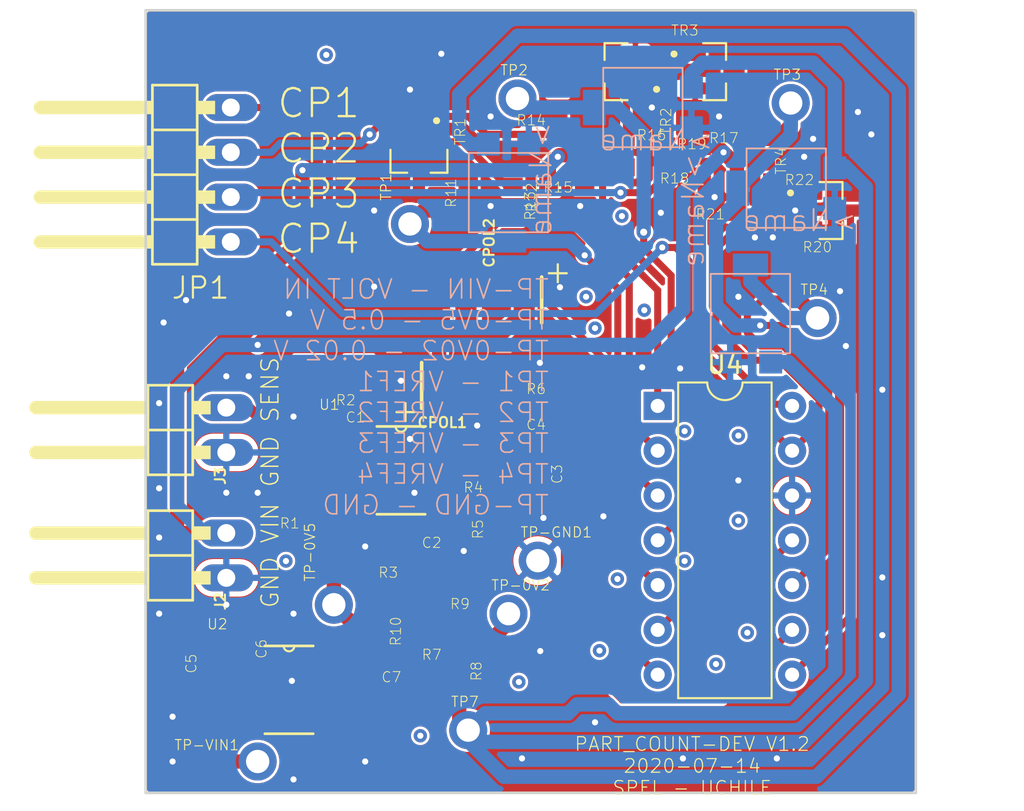
<source format=kicad_pcb>
(kicad_pcb (version 20171130) (host pcbnew "(5.1.2)-2")
  (layers (0 Top signal) (31 Bottom signal) (34 B.Paste user) (35 F.Paste user) (36 B.SilkS user) (37 F.SilkS user) (38 B.Mask user) (39 F.Mask user) (44 Edge.Cuts user))
  (net 0 "")
  (net 1 /5V0)
  (net 2 "Net-(C3-Pad1)")
  (net 3 /2IN-)
  (net 4 /2IN+)
  (net 5 /GND)
  (net 6 "Net-(R1-Pad2)")
  (net 7 /1IN-)
  (net 8 "Net-(C1-Pad1)")
  (net 9 /0V5)
  (net 10 /0V02)
  (net 11 /TO_COMP)
  (net 12 "Net-(U2-Pad5)")
  (net 13 /4V096)
  (net 14 "Net-(C6-Pad1)")
  (net 15 /VREF1)
  (net 16 /VREF2)
  (net 17 /VREF3)
  (net 18 /VREF4)
  (net 19 "Net-(R11-Pad2)")
  (net 20 /COMP1)
  (net 21 "Net-(R13-Pad1)")
  (net 22 "Net-(R14-Pad2)")
  (net 23 /COMP2)
  (net 24 "Net-(R16-Pad1)")
  (net 25 "Net-(R17-Pad2)")
  (net 26 /COMP3)
  (net 27 "Net-(R19-Pad1)")
  (net 28 "Net-(R20-Pad2)")
  (net 29 /COMP4)
  (net 30 "Net-(R22-Pad1)")
  (module Housings_DIP:DIP-14_W7.62mm (layer Top) (at 155.7 105.25)
    (fp_text reference U4 (at 3.81 -2.33) (layer F.SilkS))
    (fp_text value LMV339IPWR)
    (pad 14 thru_hole oval (at 7.62 0) (size 1.6 1.6) (drill 0.8) (layers *.Cu *.Mask) (net 26 /COMP3))
    (pad 7 thru_hole oval (at 0 15.24) (size 1.6 1.6) (drill 0.8) (layers *.Cu *.Mask) (net 11 /TO_COMP))
    (pad 13 thru_hole oval (at 7.62 2.54) (size 1.6 1.6) (drill 0.8) (layers *.Cu *.Mask) (net 29 /COMP4))
    (pad 6 thru_hole oval (at 0 12.7) (size 1.6 1.6) (drill 0.8) (layers *.Cu *.Mask) (net 16 /VREF2))
    (pad 12 thru_hole oval (at 7.62 5.08) (size 1.6 1.6) (drill 0.8) (layers *.Cu *.Mask) (net 5 /GND))
    (pad 5 thru_hole oval (at 0 10.16) (size 1.6 1.6) (drill 0.8) (layers *.Cu *.Mask) (net 11 /TO_COMP))
    (pad 11 thru_hole oval (at 7.62 7.62) (size 1.6 1.6) (drill 0.8) (layers *.Cu *.Mask) (net 11 /TO_COMP))
    (pad 4 thru_hole oval (at 0 7.62) (size 1.6 1.6) (drill 0.8) (layers *.Cu *.Mask) (net 15 /VREF1))
    (pad 10 thru_hole oval (at 7.62 10.16) (size 1.6 1.6) (drill 0.8) (layers *.Cu *.Mask) (net 18 /VREF4))
    (pad 3 thru_hole oval (at 0 5.08) (size 1.6 1.6) (drill 0.8) (layers *.Cu *.Mask) (net 1 /5V0))
    (pad 9 thru_hole oval (at 7.62 12.7) (size 1.6 1.6) (drill 0.8) (layers *.Cu *.Mask) (net 11 /TO_COMP))
    (pad 2 thru_hole oval (at 0 2.54) (size 1.6 1.6) (drill 0.8) (layers *.Cu *.Mask) (net 20 /COMP1))
    (pad 8 thru_hole oval (at 7.62 15.24) (size 1.6 1.6) (drill 0.8) (layers *.Cu *.Mask) (net 17 /VREF3))
    (pad 1 thru_hole rect (at 0 0) (size 1.6 1.6) (drill 0.8) (layers *.Cu *.Mask) (net 23 /COMP2))
  )
  (module PC_V1.2:C0402 (layer Top) (at 137.3351 105.6006 180)
    (fp_text reference C1 (at -0.635 -0.635) (layer F.SilkS) (effects (font (size 0.57912 0.57912) (thickness 0.046329)) (justify left bottom)))
    (fp_text value 1pF hide)
    (pad 2 smd rect (at 0.65 0 180) (size 0.7 0.9) (layers Top F.Paste F.Mask) (net 7 /1IN-))
    (pad 1 smd rect (at -0.65 0 180) (size 0.7 0.9) (layers Top F.Paste F.Mask) (net 8 "Net-(C1-Pad1)"))
  )
  (module PC_V1.2:C0603 (layer Top) (at 141.6531 112.7126 180)
    (fp_text reference C2 (at -0.635 -0.635) (layer F.SilkS) (effects (font (size 0.57912 0.57912) (thickness 0.046329)) (justify left bottom)))
    (fp_text value 1000pF hide)
    (pad 2 smd rect (at 0.85 0 180) (size 1.1 1) (layers Top F.Paste F.Mask) (net 8 "Net-(C1-Pad1)"))
    (pad 1 smd rect (at -0.85 0 180) (size 1.1 1) (layers Top F.Paste F.Mask) (net 4 /2IN+))
  )
  (module PC_V1.2:C0603 (layer Top) (at 149.0191 109.1566 270)
    (fp_text reference C3 (at -0.635 -0.635 90) (layer F.SilkS) (effects (font (size 0.57912 0.57912) (thickness 0.046329)) (justify right top)))
    (fp_text value 10pF hide)
    (pad 2 smd rect (at 0.85 0 270) (size 1.1 1) (layers Top F.Paste F.Mask) (net 3 /2IN-))
    (pad 1 smd rect (at -0.85 0 270) (size 1.1 1) (layers Top F.Paste F.Mask) (net 2 "Net-(C3-Pad1)"))
  )
  (module PC_V1.2:C0603 (layer Top) (at 150.0351 106.6166)
    (fp_text reference C4 (at -0.635 -0.635) (layer F.SilkS) (effects (font (size 0.57912 0.57912) (thickness 0.046329)) (justify right top)))
    (fp_text value 1000pF hide)
    (pad 2 smd rect (at 0.85 0) (size 1.1 1) (layers Top F.Paste F.Mask) (net 11 /TO_COMP))
    (pad 1 smd rect (at -0.85 0) (size 1.1 1) (layers Top F.Paste F.Mask) (net 2 "Net-(C3-Pad1)"))
  )
  (module PC_V1.2:C0402 (layer Top) (at 130.2231 119.8246 90)
    (fp_text reference C5 (at -0.635 -0.635 90) (layer F.SilkS) (effects (font (size 0.57912 0.57912) (thickness 0.046329)) (justify left bottom)))
    (fp_text value 0.1u hide)
    (pad 2 smd rect (at 0.65 0 90) (size 0.7 0.9) (layers Top F.Paste F.Mask) (net 5 /GND))
    (pad 1 smd rect (at -0.65 0 90) (size 0.7 0.9) (layers Top F.Paste F.Mask) (net 1 /5V0))
  )
  (module PC_V1.2:C0402 (layer Top) (at 132.2551 117.7926 180)
    (fp_text reference C6 (at -0.635 -0.635 90) (layer F.SilkS) (effects (font (size 0.57912 0.57912) (thickness 0.046329)) (justify right top)))
    (fp_text value 0.1u hide)
    (pad 2 smd rect (at 0.65 0 180) (size 0.7 0.9) (layers Top F.Paste F.Mask) (net 5 /GND))
    (pad 1 smd rect (at -0.65 0 180) (size 0.7 0.9) (layers Top F.Paste F.Mask) (net 14 "Net-(C6-Pad1)"))
  )
  (module PC_V1.2:C0402 (layer Top) (at 139.3671 121.6026 270)
    (fp_text reference C7 (at -0.635 -0.635) (layer F.SilkS) (effects (font (size 0.57912 0.57912) (thickness 0.046329)) (justify left bottom)))
    (fp_text value 0.1u hide)
    (pad 2 smd rect (at 0.65 0 270) (size 0.7 0.9) (layers Top F.Paste F.Mask) (net 5 /GND))
    (pad 1 smd rect (at -0.65 0 270) (size 0.7 0.9) (layers Top F.Paste F.Mask) (net 13 /4V096))
  )
  (module PC_V1.2:EIA3528 (layer Top) (at 144.9551 104.0766 180)
    (fp_text reference CPOL1 (at 0 -1.778) (layer F.SilkS) (effects (font (size 0.57912 0.57912) (thickness 0.115824)) (justify right top)))
    (fp_text value TR3 hide)
    (pad A smd rect (at 1.65 0 270) (size 2.5 1.2) (layers Top F.Paste F.Mask) (net 1 /5V0))
    (pad C smd rect (at -1.65 0 270) (size 2.5 1.2) (layers Top F.Paste F.Mask) (net 5 /GND))
  )
  (module PC_V1.2:EIA3528 (layer Top) (at 146.4791 99.2506)
    (fp_text reference CPOL2 (at 0 -1.778 90) (layer F.SilkS) (effects (font (size 0.57912 0.57912) (thickness 0.115824)) (justify left bottom)))
    (fp_text value TR3 hide)
    (pad A smd rect (at 1.65 0 90) (size 2.5 1.2) (layers Top F.Paste F.Mask) (net 1 /5V0))
    (pad C smd rect (at -1.65 0 90) (size 2.5 1.2) (layers Top F.Paste F.Mask) (net 5 /GND))
  )
  (module PC_V1.2:R0603 (layer Top) (at 136.0651 110.9346 90)
    (fp_text reference R1 (at -0.635 -0.635) (layer F.SilkS) (effects (font (size 0.57912 0.57912) (thickness 0.046329)) (justify right top)))
    (fp_text value 100k hide)
    (pad 2 smd rect (at 0.85 0 90) (size 1 1.1) (layers Top F.Paste F.Mask) (net 6 "Net-(R1-Pad2)"))
    (pad 1 smd rect (at -0.85 0 90) (size 1 1.1) (layers Top F.Paste F.Mask) (net 9 /0V5))
  )
  (module PC_V1.2:R0402 (layer Top) (at 139.8751 117.7926 270)
    (fp_text reference R10 (at -0.635 -0.635 90) (layer F.SilkS) (effects (font (size 0.57912 0.57912) (thickness 0.046329)) (justify right top)))
    (fp_text value 1.4k hide)
    (pad 2 smd rect (at 0.5 0 270) (size 0.6 0.7) (layers Top F.Paste F.Mask) (net 9 /0V5))
    (pad 1 smd rect (at -0.5 0 270) (size 0.6 0.7) (layers Top F.Paste F.Mask) (net 5 /GND))
  )
  (module PC_V1.2:R0603 (layer Top) (at 144.9551 93.4086 90)
    (fp_text reference R11 (at -0.635 -0.635 90) (layer F.SilkS) (effects (font (size 0.57912 0.57912) (thickness 0.046329)) (justify left bottom)))
    (fp_text value 237 hide)
    (pad 2 smd rect (at 0.85 0 90) (size 1 1.1) (layers Top F.Paste F.Mask) (net 19 "Net-(R11-Pad2)"))
    (pad 1 smd rect (at -0.85 0 90) (size 1 1.1) (layers Top F.Paste F.Mask) (net 15 /VREF1))
  )
  (module PC_V1.2:R0603 (layer Top) (at 149.5271 93.6626 90)
    (fp_text reference R12 (at -0.635 -0.635 90) (layer F.SilkS) (effects (font (size 0.57912 0.57912) (thickness 0.046329)) (justify left bottom)))
    (fp_text value 3k hide)
    (pad 2 smd rect (at 0.85 0 90) (size 1 1.1) (layers Top F.Paste F.Mask) (net 1 /5V0))
    (pad 1 smd rect (at -0.85 0 90) (size 1 1.1) (layers Top F.Paste F.Mask) (net 20 /COMP1))
  )
  (module PC_V1.2:R0603 (layer Top) (at 147.4951 93.6626 270)
    (fp_text reference R13 (at -0.635 -0.635 90) (layer F.SilkS) (effects (font (size 0.57912 0.57912) (thickness 0.046329)) (justify right top)))
    (fp_text value 10k hide)
    (pad 2 smd rect (at 0.85 0 270) (size 1 1.1) (layers Top F.Paste F.Mask) (net 20 /COMP1))
    (pad 1 smd rect (at -0.85 0 270) (size 1 1.1) (layers Top F.Paste F.Mask) (net 21 "Net-(R13-Pad1)"))
  )
  (module PC_V1.2:R0603 (layer Top) (at 150.0351 88.0746 90)
    (fp_text reference R14 (at -0.635 -0.635) (layer F.SilkS) (effects (font (size 0.57912 0.57912) (thickness 0.046329)) (justify right top)))
    (fp_text value 237 hide)
    (pad 2 smd rect (at 0.85 0 90) (size 1 1.1) (layers Top F.Paste F.Mask) (net 22 "Net-(R14-Pad2)"))
    (pad 1 smd rect (at -0.85 0 90) (size 1 1.1) (layers Top F.Paste F.Mask) (net 16 /VREF2))
  )
  (module PC_V1.2:R0603 (layer Top) (at 151.5591 91.8846 90)
    (fp_text reference R15 (at -0.635 -0.635) (layer F.SilkS) (effects (font (size 0.57912 0.57912) (thickness 0.046329)) (justify right top)))
    (fp_text value 3k hide)
    (pad 2 smd rect (at 0.85 0 90) (size 1 1.1) (layers Top F.Paste F.Mask) (net 1 /5V0))
    (pad 1 smd rect (at -0.85 0 90) (size 1 1.1) (layers Top F.Paste F.Mask) (net 23 /COMP2))
  )
  (module PC_V1.2:R0603 (layer Top) (at 153.8451 90.8686 270)
    (fp_text reference R16 (at -0.635 -0.635) (layer F.SilkS) (effects (font (size 0.57912 0.57912) (thickness 0.046329)) (justify left bottom)))
    (fp_text value 10k hide)
    (pad 2 smd rect (at 0.85 0 270) (size 1 1.1) (layers Top F.Paste F.Mask) (net 23 /COMP2))
    (pad 1 smd rect (at -0.85 0 270) (size 1 1.1) (layers Top F.Paste F.Mask) (net 24 "Net-(R16-Pad1)"))
  )
  (module PC_V1.2:R0603 (layer Top) (at 160.9571 89.0906 90)
    (fp_text reference R17 (at -0.635 -0.635) (layer F.SilkS) (effects (font (size 0.57912 0.57912) (thickness 0.046329)) (justify right top)))
    (fp_text value 237 hide)
    (pad 2 smd rect (at 0.85 0 90) (size 1 1.1) (layers Top F.Paste F.Mask) (net 25 "Net-(R17-Pad2)"))
    (pad 1 smd rect (at -0.85 0 90) (size 1 1.1) (layers Top F.Paste F.Mask) (net 17 /VREF3))
  )
  (module PC_V1.2:R0603 (layer Top) (at 158.1631 91.3766 90)
    (fp_text reference R18 (at -0.635 -0.635) (layer F.SilkS) (effects (font (size 0.57912 0.57912) (thickness 0.046329)) (justify right top)))
    (fp_text value 3k hide)
    (pad 2 smd rect (at 0.85 0 90) (size 1 1.1) (layers Top F.Paste F.Mask) (net 1 /5V0))
    (pad 1 smd rect (at -0.85 0 90) (size 1 1.1) (layers Top F.Paste F.Mask) (net 26 /COMP3))
  )
  (module PC_V1.2:R0603 (layer Top) (at 156.1311 91.3766 270)
    (fp_text reference R19 (at -0.635 -0.635) (layer F.SilkS) (effects (font (size 0.57912 0.57912) (thickness 0.046329)) (justify left bottom)))
    (fp_text value 10k hide)
    (pad 2 smd rect (at 0.85 0 270) (size 1 1.1) (layers Top F.Paste F.Mask) (net 26 /COMP3))
    (pad 1 smd rect (at -0.85 0 270) (size 1 1.1) (layers Top F.Paste F.Mask) (net 27 "Net-(R19-Pad1)"))
  )
  (module PC_V1.2:R1206 (layer Top) (at 137.3351 103.3146 180)
    (fp_text reference R2 (at -1.27 -1.27) (layer F.SilkS) (effects (font (size 0.57912 0.57912) (thickness 0.046329)) (justify right top)))
    (fp_text value 7.5M hide)
    (pad 1 smd rect (at -1.422 0 180) (size 1.6 1.803) (layers Top F.Paste F.Mask) (net 8 "Net-(C1-Pad1)"))
    (pad 2 smd rect (at 1.422 0 180) (size 1.6 1.803) (layers Top F.Paste F.Mask) (net 7 /1IN-))
  )
  (module PC_V1.2:R0603 (layer Top) (at 164.5131 97.2186)
    (fp_text reference R20 (at -0.635 -0.635) (layer F.SilkS) (effects (font (size 0.57912 0.57912) (thickness 0.046329)) (justify left bottom)))
    (fp_text value 237 hide)
    (pad 2 smd rect (at 0.85 0) (size 1 1.1) (layers Top F.Paste F.Mask) (net 28 "Net-(R20-Pad2)"))
    (pad 1 smd rect (at -0.85 0) (size 1 1.1) (layers Top F.Paste F.Mask) (net 18 /VREF4))
  )
  (module PC_V1.2:R0603 (layer Top) (at 160.1951 93.4086 90)
    (fp_text reference R21 (at -0.635 -0.635) (layer F.SilkS) (effects (font (size 0.57912 0.57912) (thickness 0.046329)) (justify right top)))
    (fp_text value 3k hide)
    (pad 2 smd rect (at 0.85 0 90) (size 1 1.1) (layers Top F.Paste F.Mask) (net 1 /5V0))
    (pad 1 smd rect (at -0.85 0 90) (size 1 1.1) (layers Top F.Paste F.Mask) (net 29 /COMP4))
  )
  (module PC_V1.2:R0603 (layer Top) (at 162.2271 93.4086 270)
    (fp_text reference R22 (at -0.635 -0.635) (layer F.SilkS) (effects (font (size 0.57912 0.57912) (thickness 0.046329)) (justify left bottom)))
    (fp_text value 10k hide)
    (pad 2 smd rect (at 0.85 0 270) (size 1 1.1) (layers Top F.Paste F.Mask) (net 29 /COMP4))
    (pad 1 smd rect (at -0.85 0 270) (size 1 1.1) (layers Top F.Paste F.Mask) (net 30 "Net-(R22-Pad1)"))
  )
  (module PC_V1.2:R0603 (layer Top) (at 141.6531 114.9986)
    (fp_text reference R3 (at -0.635 -0.635) (layer F.SilkS) (effects (font (size 0.57912 0.57912) (thickness 0.046329)) (justify right top)))
    (fp_text value 100k hide)
    (pad 2 smd rect (at 0.85 0) (size 1 1.1) (layers Top F.Paste F.Mask) (net 4 /2IN+))
    (pad 1 smd rect (at -0.85 0) (size 1 1.1) (layers Top F.Paste F.Mask) (net 10 /0V02))
  )
  (module PC_V1.2:R0603 (layer Top) (at 146.4791 108.9026 90)
    (fp_text reference R4 (at -0.635 -0.635) (layer F.SilkS) (effects (font (size 0.57912 0.57912) (thickness 0.046329)) (justify right top)))
    (fp_text value 200k hide)
    (pad 2 smd rect (at 0.85 0 90) (size 1 1.1) (layers Top F.Paste F.Mask) (net 2 "Net-(C3-Pad1)"))
    (pad 1 smd rect (at -0.85 0 90) (size 1 1.1) (layers Top F.Paste F.Mask) (net 3 /2IN-))
  )
  (module PC_V1.2:R0402 (layer Top) (at 146.4791 112.2046 90)
    (fp_text reference R5 (at -0.635 -0.635 90) (layer F.SilkS) (effects (font (size 0.57912 0.57912) (thickness 0.046329)) (justify left bottom)))
    (fp_text value 5k hide)
    (pad 2 smd rect (at 0.5 0 90) (size 0.6 0.7) (layers Top F.Paste F.Mask) (net 3 /2IN-))
    (pad 1 smd rect (at -0.5 0 90) (size 0.6 0.7) (layers Top F.Paste F.Mask) (net 5 /GND))
  )
  (module PC_V1.2:R0603 (layer Top) (at 150.0351 104.5846)
    (fp_text reference R6 (at -0.635 -0.635) (layer F.SilkS) (effects (font (size 0.57912 0.57912) (thickness 0.046329)) (justify right top)))
    (fp_text value 100k hide)
    (pad 2 smd rect (at 0.85 0) (size 1 1.1) (layers Top F.Paste F.Mask) (net 11 /TO_COMP))
    (pad 1 smd rect (at -0.85 0) (size 1 1.1) (layers Top F.Paste F.Mask) (net 5 /GND))
  )
  (module PC_V1.2:R0603 (layer Top) (at 141.6531 120.3326 270)
    (fp_text reference R7 (at -0.635 -0.635) (layer F.SilkS) (effects (font (size 0.57912 0.57912) (thickness 0.046329)) (justify left bottom)))
    (fp_text value 10k hide)
    (pad 2 smd rect (at 0.85 0 270) (size 1 1.1) (layers Top F.Paste F.Mask) (net 13 /4V096))
    (pad 1 smd rect (at -0.85 0 270) (size 1 1.1) (layers Top F.Paste F.Mask) (net 9 /0V5))
  )
  (module PC_V1.2:R0603 (layer Top) (at 144.4471 120.3326 270)
    (fp_text reference R8 (at -0.635 -0.635 90) (layer F.SilkS) (effects (font (size 0.57912 0.57912) (thickness 0.046329)) (justify right top)))
    (fp_text value 10k hide)
    (pad 2 smd rect (at 0.85 0 270) (size 1 1.1) (layers Top F.Paste F.Mask) (net 13 /4V096))
    (pad 1 smd rect (at -0.85 0 270) (size 1 1.1) (layers Top F.Paste F.Mask) (net 10 /0V02))
  )
  (module PC_V1.2:R0603 (layer Top) (at 144.4471 116.7766 270)
    (fp_text reference R9 (at -0.635 -0.635) (layer F.SilkS) (effects (font (size 0.57912 0.57912) (thickness 0.046329)) (justify right top)))
    (fp_text value 49.3 hide)
    (pad 2 smd rect (at 0.85 0 270) (size 1 1.1) (layers Top F.Paste F.Mask) (net 10 /0V02))
    (pad 1 smd rect (at -0.85 0 270) (size 1 1.1) (layers Top F.Paste F.Mask) (net 5 /GND))
  )
  (module PC_V1.2:3314G (layer Bottom) (at 147.2411 93.1546 180)
    (fp_text reference T1 hide)
    (fp_text value 3314G hide)
    (fp_text user >Name (at -2.54 -2.54 90) (layer B.SilkS) (effects (font (size 1.2065 1.2065) (thickness 0.1016)) (justify right bottom mirror)))
    (pad 3 smd rect (at 1.15 2.75 90) (size 1.3 1.3) (layers Bottom B.Paste B.Mask) (net 13 /4V096))
    (pad 1 smd rect (at -1.15 2.75 90) (size 1.3 1.3) (layers Bottom B.Paste B.Mask) (net 5 /GND))
    (pad 2 smd rect (at 0 -2.75 90) (size 1.3 2) (layers Bottom B.Paste B.Mask) (net 15 /VREF1))
  )
  (module PC_V1.2:3314G (layer Bottom) (at 154.8611 88.3286 90)
    (fp_text reference T2 hide)
    (fp_text value 3314G hide)
    (fp_text user >Name (at -2.54 -2.54) (layer B.SilkS) (effects (font (size 1.2065 1.2065) (thickness 0.1016)) (justify right bottom mirror)))
    (pad 3 smd rect (at 1.15 2.75) (size 1.3 1.3) (layers Bottom B.Paste B.Mask) (net 13 /4V096))
    (pad 1 smd rect (at -1.15 2.75) (size 1.3 1.3) (layers Bottom B.Paste B.Mask) (net 5 /GND))
    (pad 2 smd rect (at 0 -2.75) (size 1.3 2) (layers Bottom B.Paste B.Mask) (net 16 /VREF2))
  )
  (module PC_V1.2:3314G (layer Bottom) (at 162.9891 92.9006 90)
    (fp_text reference T3 hide)
    (fp_text value 3314G hide)
    (fp_text user >Name (at -2.54 -2.54) (layer B.SilkS) (effects (font (size 1.2065 1.2065) (thickness 0.1016)) (justify right bottom mirror)))
    (pad 3 smd rect (at 1.15 2.75) (size 1.3 1.3) (layers Bottom B.Paste B.Mask) (net 13 /4V096))
    (pad 1 smd rect (at -1.15 2.75) (size 1.3 1.3) (layers Bottom B.Paste B.Mask) (net 5 /GND))
    (pad 2 smd rect (at 0 -2.75) (size 1.3 2) (layers Bottom B.Paste B.Mask) (net 17 /VREF3))
  )
  (module PC_V1.2:3314G (layer Bottom) (at 160.9571 100.0126)
    (fp_text reference T4 hide)
    (fp_text value 3314G hide)
    (fp_text user >Name (at -2.54 -2.54 -90) (layer B.SilkS) (effects (font (size 1.2065 1.2065) (thickness 0.1016)) (justify right bottom mirror)))
    (pad 3 smd rect (at 1.15 2.75 270) (size 1.3 1.3) (layers Bottom B.Paste B.Mask) (net 13 /4V096))
    (pad 1 smd rect (at -1.15 2.75 270) (size 1.3 1.3) (layers Bottom B.Paste B.Mask) (net 5 /GND))
    (pad 2 smd rect (at 0 -2.75 270) (size 1.3 2) (layers Bottom B.Paste B.Mask) (net 18 /VREF4))
  )
  (module PC_V1.2:SOT95P240X120-3N (layer Top) (at 142.1611 91.3766 270)
    (fp_text reference TR1 (at -2.5 -2 90) (layer F.SilkS) (effects (font (size 0.57912 0.57912) (thickness 0.046329)) (justify right top)))
    (fp_text value BSR14 hide)
    (pad 3 smd roundrect (at 1.1 0 270) (size 1.21 0.69) (layers Top F.Paste F.Mask) (roundrect_rratio 0.125) (net 19 "Net-(R11-Pad2)"))
    (pad 2 smd roundrect (at -1.1 0.95 270) (size 1.21 0.69) (layers Top F.Paste F.Mask) (roundrect_rratio 0.125) (net 5 /GND))
    (pad 1 smd roundrect (at -1.1 -0.95 270) (size 1.21 0.69) (layers Top F.Paste F.Mask) (roundrect_rratio 0.125) (net 21 "Net-(R13-Pad1)"))
  )
  (module PC_V1.2:SOT95P240X120-3N (layer Top) (at 153.3371 86.2966 180)
    (fp_text reference TR2 (at -2.5 -2 90) (layer F.SilkS) (effects (font (size 0.57912 0.57912) (thickness 0.046329)) (justify right top)))
    (fp_text value BSR14 hide)
    (pad 3 smd roundrect (at 1.1 0 180) (size 1.21 0.69) (layers Top F.Paste F.Mask) (roundrect_rratio 0.125) (net 22 "Net-(R14-Pad2)"))
    (pad 2 smd roundrect (at -1.1 0.95 180) (size 1.21 0.69) (layers Top F.Paste F.Mask) (roundrect_rratio 0.125) (net 5 /GND))
    (pad 1 smd roundrect (at -1.1 -0.95 180) (size 1.21 0.69) (layers Top F.Paste F.Mask) (roundrect_rratio 0.125) (net 24 "Net-(R16-Pad1)"))
  )
  (module PC_V1.2:SOT95P240X120-3N (layer Top) (at 158.9251 86.2966)
    (fp_text reference TR3 (at -2.5 -2) (layer F.SilkS) (effects (font (size 0.57912 0.57912) (thickness 0.046329)) (justify left bottom)))
    (fp_text value BSR14 hide)
    (pad 3 smd roundrect (at 1.1 0) (size 1.21 0.69) (layers Top F.Paste F.Mask) (roundrect_rratio 0.125) (net 25 "Net-(R17-Pad2)"))
    (pad 2 smd roundrect (at -1.1 0.95) (size 1.21 0.69) (layers Top F.Paste F.Mask) (roundrect_rratio 0.125) (net 5 /GND))
    (pad 1 smd roundrect (at -1.1 -0.95) (size 1.21 0.69) (layers Top F.Paste F.Mask) (roundrect_rratio 0.125) (net 27 "Net-(R19-Pad1)"))
  )
  (module PC_V1.2:SOT95P240X120-3N (layer Top) (at 165.5291 94.1706)
    (fp_text reference TR4 (at -2.5 -2 90) (layer F.SilkS) (effects (font (size 0.57912 0.57912) (thickness 0.046329)) (justify left bottom)))
    (fp_text value BSR14 hide)
    (pad 3 smd roundrect (at 1.1 0) (size 1.21 0.69) (layers Top F.Paste F.Mask) (roundrect_rratio 0.125) (net 28 "Net-(R20-Pad2)"))
    (pad 2 smd roundrect (at -1.1 0.95) (size 1.21 0.69) (layers Top F.Paste F.Mask) (roundrect_rratio 0.125) (net 5 /GND))
    (pad 1 smd roundrect (at -1.1 -0.95) (size 1.21 0.69) (layers Top F.Paste F.Mask) (roundrect_rratio 0.125) (net 30 "Net-(R22-Pad1)"))
  )
  (module PC_V1.2:SOIC127P600X175-8N (layer Top) (at 141.1451 108.9026)
    (fp_text reference U1 (at -4.682559 -3.384668) (layer F.SilkS) (effects (font (size 0.57912 0.57912) (thickness 0.057912)) (justify left bottom)))
    (fp_text value TLC072IDR hide)
    (pad 8 smd rect (at 2.4638 -1.905) (size 1.9812 0.5588) (layers Top F.Paste F.Mask) (net 1 /5V0))
    (pad 7 smd rect (at 2.4638 -0.635) (size 1.9812 0.5588) (layers Top F.Paste F.Mask) (net 2 "Net-(C3-Pad1)"))
    (pad 6 smd rect (at 2.4638 0.635) (size 1.9812 0.5588) (layers Top F.Paste F.Mask) (net 3 /2IN-))
    (pad 5 smd rect (at 2.4638 1.905) (size 1.9812 0.5588) (layers Top F.Paste F.Mask) (net 4 /2IN+))
    (pad 4 smd rect (at -2.4638 1.905) (size 1.9812 0.5588) (layers Top F.Paste F.Mask) (net 5 /GND))
    (pad 3 smd rect (at -2.4638 0.635) (size 1.9812 0.5588) (layers Top F.Paste F.Mask) (net 6 "Net-(R1-Pad2)"))
    (pad 2 smd rect (at -2.4638 -0.635) (size 1.9812 0.5588) (layers Top F.Paste F.Mask) (net 7 /1IN-))
    (pad 1 smd rect (at -2.4638 -1.905) (size 1.9812 0.5588) (layers Top F.Paste F.Mask) (net 8 "Net-(C1-Pad1)"))
  )
  (module PC_V1.2:SOIC127P600X175-8N (layer Top) (at 134.7951 121.3486)
    (fp_text reference U2 (at -4.682559 -3.384668) (layer F.SilkS) (effects (font (size 0.57912 0.57912) (thickness 0.057912)) (justify left bottom)))
    (fp_text value MAX6126AASA41 hide)
    (pad 8 smd rect (at 2.4638 -1.905) (size 1.9812 0.5588) (layers Top F.Paste F.Mask) (net 12 "Net-(U2-Pad5)"))
    (pad 7 smd rect (at 2.4638 -0.635) (size 1.9812 0.5588) (layers Top F.Paste F.Mask) (net 13 /4V096))
    (pad 6 smd rect (at 2.4638 0.635) (size 1.9812 0.5588) (layers Top F.Paste F.Mask) (net 13 /4V096))
    (pad 5 smd rect (at 2.4638 1.905) (size 1.9812 0.5588) (layers Top F.Paste F.Mask) (net 12 "Net-(U2-Pad5)"))
    (pad 4 smd rect (at -2.4638 1.905) (size 1.9812 0.5588) (layers Top F.Paste F.Mask) (net 5 /GND))
    (pad 3 smd rect (at -2.4638 0.635) (size 1.9812 0.5588) (layers Top F.Paste F.Mask) (net 5 /GND))
    (pad 2 smd rect (at -2.4638 -0.635) (size 1.9812 0.5588) (layers Top F.Paste F.Mask) (net 1 /5V0))
    (pad 1 smd rect (at -2.4638 -1.905) (size 1.9812 0.5588) (layers Top F.Paste F.Mask) (net 14 "Net-(C6-Pad1)"))
  )
  (module PC_V1.2:P1-13 (layer Top) (at 137.3351 116.5226)
    (fp_text reference TP-0V5 (at -1.016 -1.27 90) (layer F.SilkS) (effects (font (size 0.57912 0.57912) (thickness 0.057912)) (justify left bottom)))
    (fp_text value PTR1PAD1-13 hide)
    (pad TP thru_hole circle (at 0 0) (size 2.159 2.159) (drill 1.3208) (layers *.Cu *.Mask) (net 9 /0V5))
  )
  (module PC_V1.2:P1-13 (layer Top) (at 147.2411 117.0306)
    (fp_text reference TP-0V2 (at -1.016 -1.27) (layer F.SilkS) (effects (font (size 0.57912 0.57912) (thickness 0.057912)) (justify left bottom)))
    (fp_text value PTR1PAD1-13 hide)
    (pad TP thru_hole circle (at 0 0) (size 2.159 2.159) (drill 1.3208) (layers *.Cu *.Mask) (net 10 /0V02))
  )
  (module PC_V1.2:P1-13 (layer Top) (at 141.6531 94.9326)
    (fp_text reference TP1 (at -1.016 -1.27 90) (layer F.SilkS) (effects (font (size 0.57912 0.57912) (thickness 0.057912)) (justify left bottom)))
    (fp_text value PTR1PAD1-13 hide)
    (pad TP thru_hole circle (at 0 0) (size 2.159 2.159) (drill 1.3208) (layers *.Cu *.Mask) (net 15 /VREF1))
  )
  (module PC_V1.2:P1-13 (layer Top) (at 147.7491 87.8206)
    (fp_text reference TP2 (at -1.016 -1.27) (layer F.SilkS) (effects (font (size 0.57912 0.57912) (thickness 0.057912)) (justify left bottom)))
    (fp_text value PTR1PAD1-13 hide)
    (pad TP thru_hole circle (at 0 0) (size 2.159 2.159) (drill 1.3208) (layers *.Cu *.Mask) (net 16 /VREF2))
  )
  (module PC_V1.2:P1-13 (layer Top) (at 163.2431 88.0746)
    (fp_text reference TP3 (at -1.016 -1.27) (layer F.SilkS) (effects (font (size 0.57912 0.57912) (thickness 0.057912)) (justify left bottom)))
    (fp_text value PTR1PAD1-13 hide)
    (pad TP thru_hole circle (at 0 0) (size 2.159 2.159) (drill 1.3208) (layers *.Cu *.Mask) (net 17 /VREF3))
  )
  (module PC_V1.2:P1-13 (layer Top) (at 164.7671 100.2666)
    (fp_text reference TP4 (at -1.016 -1.27) (layer F.SilkS) (effects (font (size 0.57912 0.57912) (thickness 0.057912)) (justify left bottom)))
    (fp_text value PTR1PAD1-13 hide)
    (pad TP thru_hole circle (at 0 0) (size 2.159 2.159) (drill 1.3208) (layers *.Cu *.Mask) (net 18 /VREF4))
  )
  (module PC_V1.2:P1-13 (layer Top) (at 144.9551 123.6346)
    (fp_text reference TP7 (at -1.016 -1.27) (layer F.SilkS) (effects (font (size 0.57912 0.57912) (thickness 0.057912)) (justify left bottom)))
    (fp_text value PTR1PAD1-13 hide)
    (pad TP thru_hole circle (at 0 0) (size 2.159 2.159) (drill 1.3208) (layers *.Cu *.Mask) (net 13 /4V096))
  )
  (module PC_V1.2:P1-13 (layer Top) (at 133.0171 125.4126)
    (fp_text reference TP-VIN1 (at -1.016 -1.27) (layer F.SilkS) (effects (font (size 0.57912 0.57912) (thickness 0.057912)) (justify right top)))
    (fp_text value PTR1PAD1-13 hide)
    (pad TP thru_hole circle (at 0 0) (size 2.159 2.159) (drill 1.3208) (layers *.Cu *.Mask) (net 1 /5V0))
  )
  (module PC_V1.2:1X02_90 (layer Top) (at 127.4291 113.7286 90)
    (fp_text reference J2 (at -3.175 3.81 90) (layer F.SilkS) (effects (font (size 0.57912 0.57912) (thickness 0.115824)) (justify left bottom)))
    (fp_text value PINHD-1X2_90)
    (pad 2 thru_hole oval (at 1.27 3.81 180) (size 3.048 1.524) (drill 1.016) (layers *.Cu *.Mask) (net 1 /5V0))
    (pad 1 thru_hole oval (at -1.27 3.81 180) (size 3.048 1.524) (drill 1.016) (layers *.Cu *.Mask) (net 5 /GND))
  )
  (module PC_V1.2:1X02_90 (layer Top) (at 127.4291 106.6166 90)
    (fp_text reference J3 (at -3.175 3.81 90) (layer F.SilkS) (effects (font (size 0.57912 0.57912) (thickness 0.115824)) (justify left bottom)))
    (fp_text value PINHD-1X2_90)
    (pad 2 thru_hole oval (at 1.27 3.81 180) (size 3.048 1.524) (drill 1.016) (layers *.Cu *.Mask) (net 7 /1IN-))
    (pad 1 thru_hole oval (at -1.27 3.81 180) (size 3.048 1.524) (drill 1.016) (layers *.Cu *.Mask) (net 5 /GND))
  )
  (module PC_V1.2:1X04_90 (layer Top) (at 127.6831 92.1386 90)
    (fp_text reference JP1 (at -5.715 3.81) (layer F.SilkS) (effects (font (size 1.2065 1.2065) (thickness 0.12065)) (justify right top)))
    (fp_text value PINHD-1X4_90)
    (pad 4 thru_hole oval (at 3.81 3.81 180) (size 3.048 1.524) (drill 1.016) (layers *.Cu *.Mask) (net 20 /COMP1))
    (pad 3 thru_hole oval (at 1.27 3.81 180) (size 3.048 1.524) (drill 1.016) (layers *.Cu *.Mask) (net 23 /COMP2))
    (pad 2 thru_hole oval (at -1.27 3.81 180) (size 3.048 1.524) (drill 1.016) (layers *.Cu *.Mask) (net 26 /COMP3))
    (pad 1 thru_hole oval (at -3.81 3.81 180) (size 3.048 1.524) (drill 1.016) (layers *.Cu *.Mask) (net 29 /COMP4))
  )
  (module PC_V1.2:P1-13 (layer Top) (at 148.9 114.025)
    (fp_text reference TP-GND1 (at -1.016 -1.27) (layer F.SilkS) (effects (font (size 0.57912 0.57912) (thickness 0.057912)) (justify left bottom)))
    (fp_text value PTR1PAD1-13)
    (pad TP thru_hole circle (at 0 0) (size 2.159 2.159) (drill 1.3208) (layers *.Cu *.Mask) (net 5 /GND))
  )
  (gr_line (start 126.6671 127.1906) (end 170.3351 127.1906) (layer Edge.Cuts) (width 0.15))
  (gr_line (start 170.3351 127.1906) (end 170.3351 82.8166) (layer Edge.Cuts) (width 0.15))
  (gr_line (start 170.3351 82.8166) (end 126.6671 82.8166) (layer Edge.Cuts) (width 0.15))
  (gr_line (start 126.6671 82.8166) (end 126.6671 127.1906) (layer Edge.Cuts) (width 0.15))
  (gr_text "CP1\nCP2\nCP3\nCP4" (at 134.0331 96.7106) (layer F.SilkS) (effects (font (size 1.59258 1.59258) (thickness 0.134112)) (justify left bottom)))
  (gr_text "GND SENS" (at 134.2871 109.9186 90) (layer F.SilkS) (effects (font (size 0.9652 0.9652) (thickness 0.08128)) (justify left bottom)))
  (gr_text "GND VIN" (at 134.2871 116.7766 90) (layer F.SilkS) (effects (font (size 0.9652 0.9652) (thickness 0.08128)) (justify left bottom)))
  (gr_text "TP-VIN - VOLT IN\nTP-0V5 - 0.5 V\nTP-0V02 - 0.02 V\nTP1 - VREF1\nTP2 - VREF2\nTP3 - VREF3\nTP4 - VREF4\nTP-GND - GND\n" (at 149.606 111.506) (layer B.SilkS) (effects (font (size 1.08585 1.08585) (thickness 0.09144)) (justify left bottom mirror)))
  (gr_text "PART_COUNT-DEV V1.2\n2020-07-14\nSPEL - UCHILE\n" (at 157.6551 125.6666) (layer F.SilkS) (effects (font (size 0.77216 0.77216) (thickness 0.065024))))
  (via (at 160.274 111.76) (size 0.7564) (drill 0.35) (layers Top Bottom) (net 0))
  (via (at 160.274 106.934) (size 0.7564) (drill 0.35) (layers Top Bottom) (net 0))
  (via (at 160.782 118.11) (size 0.7564) (drill 0.35) (layers Top Bottom) (net 0))
  (via (at 159.004 119.888) (size 0.7564) (drill 0.35) (layers Top Bottom) (net 0))
  (via (at 152.4 119.126) (size 0.7564) (drill 0.35) (layers Top Bottom) (net 0))
  (via (at 153.416 115.062) (size 0.7564) (drill 0.35) (layers Top Bottom) (net 0))
  (via (at 147.828 120.904) (size 0.7564) (drill 0.35) (layers Top Bottom) (net 0))
  (via (at 154.94 99.822) (size 0.7564) (drill 0.35) (layers Top Bottom) (net 0))
  (via (at 153.67 94.488) (size 0.7564) (drill 0.35) (layers Top Bottom) (net 0))
  (via (at 152.146 100.838) (size 0.7564) (drill 0.35) (layers Top Bottom) (net 0))
  (via (at 151.638 99.06) (size 0.7564) (drill 0.35) (layers Top Bottom) (net 0))
  (via (at 157.226 106.68) (size 0.7564) (drill 0.35) (layers Top Bottom) (net 0))
  (via (at 157.226 114.046) (size 0.7564) (drill 0.35) (layers Top Bottom) (net 0))
  (via (at 142.24 123.952) (size 0.7564) (drill 0.35) (layers Top Bottom) (net 0))
  (via (at 134.62 114.046) (size 0.7564) (drill 0.35) (layers Top Bottom) (net 0))
  (via (at 136.906 85.344) (size 0.7564) (drill 0.35) (layers Top Bottom) (net 0))
  (segment (start 130.589075 120.8406) (end 130.2231 120.4746) (width 0.6096) (layer Top) (net 1))
  (segment (start 143.6089 106.9976) (end 143.6089 104.3804) (width 0.6096) (layer Top) (net 1))
  (segment (start 143.6089 104.3804) (end 143.3051 104.0766) (width 0.508) (layer Top) (net 1))
  (segment (start 148.1291 99.2506) (end 148.0031 99.3766) (width 0.8128) (layer Top) (net 1))
  (segment (start 148.0031 99.3766) (end 148.0031 100.0126) (width 0.8128) (layer Top) (net 1))
  (segment (start 148.0031 100.0126) (end 146.4791 101.5366) (width 0.8128) (layer Top) (net 1))
  (segment (start 146.4791 101.5366) (end 143.4311 101.5366) (width 0.8128) (layer Top) (net 1))
  (segment (start 140.6371 101.5366) (end 143.4311 101.5366) (width 0.8128) (layer Top) (net 1))
  (segment (start 143.4311 101.5366) (end 143.3051 101.6626) (width 0.508) (layer Top) (net 1))
  (segment (start 143.3051 101.6626) (end 143.3051 104.0766) (width 0.8128) (layer Top) (net 1))
  (segment (start 158.1631 90.5266) (end 159.0911 90.5266) (width 0.8128) (layer Top) (net 1))
  (segment (start 159.0911 90.5266) (end 159.4331 90.8686) (width 0.8128) (layer Top) (net 1))
  (via (at 159.4331 90.8686) (size 0.7564) (drill 0.35) (layers Top Bottom) (net 1))
  (segment (start 159.4331 90.8686) (end 160.1951 91.6306) (width 0.8128) (layer Top) (net 1))
  (segment (start 160.1951 91.6306) (end 160.1951 92.5586) (width 0.8128) (layer Top) (net 1))
  (segment (start 150.0351 91.1226) (end 150.1231 91.0346) (width 0.8128) (layer Top) (net 1))
  (segment (start 151.5591 91.0346) (end 150.1231 91.0346) (width 0.8128) (layer Top) (net 1))
  (via (at 150.0351 91.1226) (size 0.7564) (drill 0.35) (layers Top Bottom) (net 1))
  (segment (start 149.5271 92.8126) (end 149.5271 91.6306) (width 0.8128) (layer Top) (net 1))
  (segment (start 149.5271 91.6306) (end 150.0351 91.1226) (width 0.8128) (layer Top) (net 1))
  (segment (start 150.0351 91.1226) (end 149.2731 91.8846) (width 0.8128) (layer Bottom) (net 1))
  (segment (start 133.0171 125.4126) (end 131.2391 125.4126) (width 0.8128) (layer Top) (net 1))
  (segment (start 131.2391 125.4126) (end 129.9691 124.1426) (width 0.8128) (layer Top) (net 1))
  (segment (start 149.2731 91.8846) (end 135.5571 91.8846) (width 0.8128) (layer Bottom) (net 1))
  (via (at 135.5571 91.8846) (size 0.7564) (drill 0.35) (layers Top Bottom) (net 1))
  (segment (start 131.2391 112.4586) (end 128.4451 112.4586) (width 0.8128) (layer Top) (net 1))
  (segment (start 131.2391 112.4586) (end 129.9691 112.4586) (width 0.8128) (layer Bottom) (net 1))
  (segment (start 129.9691 112.4586) (end 128.4451 110.9346) (width 0.8128) (layer Bottom) (net 1))
  (segment (start 135.5571 91.8846) (end 135.5571 95.6946) (width 0.8128) (layer Top) (net 1))
  (segment (start 128.4451 102.8066) (end 128.4451 112.4586) (width 0.8128) (layer Top) (net 1))
  (segment (start 135.5571 95.6946) (end 128.4451 102.8066) (width 0.8128) (layer Top) (net 1))
  (segment (start 128.4451 110.9346) (end 128.4451 104.3306) (width 0.8128) (layer Bottom) (net 1))
  (segment (start 128.4451 104.3306) (end 130.9851 101.7906) (width 0.8128) (layer Bottom) (net 1))
  (segment (start 130.9851 101.7906) (end 133.0171 101.7906) (width 0.8128) (layer Bottom) (net 1))
  (via (at 133.0171 101.7906) (size 0.7564) (drill 0.35) (layers Top Bottom) (net 1))
  (segment (start 133.0171 101.7906) (end 133.7791 101.0286) (width 0.8128) (layer Top) (net 1))
  (segment (start 133.7791 101.0286) (end 140.1291 101.0286) (width 0.8128) (layer Top) (net 1))
  (segment (start 140.1291 101.0286) (end 140.6371 101.5366) (width 0.8128) (layer Top) (net 1))
  (segment (start 128.4451 120.0786) (end 129.2071 120.8406) (width 0.8128) (layer Top) (net 1))
  (segment (start 129.2071 120.8406) (end 130.111106 120.8406) (width 0.8128) (layer Top) (net 1))
  (segment (start 130.111106 120.8406) (end 130.589075 120.8406) (width 0.8128) (layer Top) (net 1))
  (segment (start 128.4451 112.4586) (end 128.4451 120.0786) (width 0.8128) (layer Top) (net 1))
  (segment (start 129.9691 124.1426) (end 129.9691 120.982607) (width 0.8128) (layer Top) (net 1))
  (segment (start 129.9691 120.982607) (end 130.111106 120.8406) (width 0.8128) (layer Top) (net 1))
  (segment (start 132.3313 120.7136) (end 132.3163 120.7286) (width 0.508) (layer Top) (net 1))
  (segment (start 132.3163 120.7286) (end 130.4771 120.7286) (width 0.508) (layer Top) (net 1))
  (segment (start 130.4771 120.7286) (end 130.2231 120.4746) (width 0.508) (layer Top) (net 1))
  (segment (start 159.4331 90.8686) (end 157.147014 93.154686) (width 0.8128) (layer Bottom) (net 1))
  (segment (start 155.1151 101.7906) (end 133.551955 101.7906) (width 0.8128) (layer Bottom) (net 1))
  (segment (start 157.147014 99.758686) (end 155.1151 101.7906) (width 0.8128) (layer Bottom) (net 1))
  (segment (start 157.147014 93.154686) (end 157.147014 99.758686) (width 0.8128) (layer Bottom) (net 1))
  (segment (start 133.551955 101.7906) (end 133.0171 101.7906) (width 0.8128) (layer Bottom) (net 1))
  (segment (start 149.2886 99.2506) (end 148.1291 99.2506) (width 0.4) (layer Top) (net 1))
  (segment (start 152.886661 102.848661) (end 149.2886 99.2506) (width 0.4) (layer Top) (net 1))
  (segment (start 155.7 110.33) (end 152.886661 107.516661) (width 0.4) (layer Top) (net 1))
  (segment (start 152.886661 107.516661) (end 152.886661 102.848661) (width 0.4) (layer Top) (net 1))
  (segment (start 143.6089 108.2676) (end 146.2641 108.2676) (width 0.6096) (layer Top) (net 2))
  (segment (start 146.2641 108.2676) (end 146.4791 108.0526) (width 0.254) (layer Top) (net 2))
  (segment (start 148.7651 108.0526) (end 146.4791 108.0526) (width 0.6096) (layer Top) (net 2))
  (segment (start 148.7651 108.0526) (end 149.0191 108.3066) (width 0.6096) (layer Top) (net 2))
  (segment (start 149.0191 108.3066) (end 149.0191 106.7826) (width 0.6096) (layer Top) (net 2))
  (segment (start 149.0191 106.7826) (end 149.1851 106.6166) (width 0.254) (layer Top) (net 2))
  (segment (start 146.2641 109.5376) (end 143.6089 109.5376) (width 0.6096) (layer Top) (net 3))
  (segment (start 146.2641 109.5376) (end 146.4791 109.7526) (width 0.6096) (layer Top) (net 3))
  (segment (start 148.7651 109.7526) (end 146.4791 109.7526) (width 0.6096) (layer Top) (net 3))
  (segment (start 148.7651 109.7526) (end 149.0191 110.0066) (width 0.6096) (layer Top) (net 3))
  (segment (start 146.4791 109.7526) (end 146.4791 111.7046) (width 0.6096) (layer Top) (net 3))
  (segment (start 142.5031 112.7126) (end 142.5031 114.9986) (width 0.8128) (layer Top) (net 4))
  (segment (start 142.5031 112.7126) (end 143.6089 111.6068) (width 0.6096) (layer Top) (net 4))
  (segment (start 143.6089 111.6068) (end 143.6089 110.8076) (width 0.6096) (layer Top) (net 4))
  (via (at 141.6531 87.3126) (size 0.7564) (drill 0.35) (layers Top Bottom) (net 5))
  (via (at 166.0371 98.7426) (size 0.7564) (drill 0.35) (layers Top Bottom) (net 5))
  (via (at 159.1791 88.8366) (size 0.7564) (drill 0.35) (layers Top Bottom) (net 5))
  (via (at 143.4311 85.2806) (size 0.7564) (drill 0.35) (layers Top Bottom) (net 5))
  (via (at 128.9531 99.2506) (size 0.7564) (drill 0.35) (layers Top Bottom) (net 5))
  (via (at 167.8151 89.8526) (size 0.7564) (drill 0.35) (layers Top Bottom) (net 5))
  (via (at 167.0531 88.5826) (size 0.7564) (drill 0.35) (layers Top Bottom) (net 5))
  (via (at 139.6211 98.4886) (size 0.7564) (drill 0.35) (layers Top Bottom) (net 5))
  (via (at 162.2271 95.6946) (size 0.7564) (drill 0.35) (layers Top Bottom) (net 5))
  (via (at 161.2111 95.6946) (size 0.7564) (drill 0.35) (layers Top Bottom) (net 5))
  (via (at 164.0051 91.1226) (size 0.7564) (drill 0.35) (layers Top Bottom) (net 5))
  (via (at 164.5131 90.1066) (size 0.7564) (drill 0.35) (layers Top Bottom) (net 5))
  (via (at 158.9251 93.4086) (size 0.7564) (drill 0.35) (layers Top Bottom) (net 5))
  (via (at 151.3051 93.9166) (size 0.7564) (drill 0.35) (layers Top Bottom) (net 5))
  (via (at 139.6211 94.1706) (size 0.7564) (drill 0.35) (layers Top Bottom) (net 5))
  (via (at 128.1911 122.8726) (size 0.7564) (drill 0.35) (layers Top Bottom) (net 5))
  (via (at 128.1911 125.4126) (size 0.7564) (drill 0.35) (layers Top Bottom) (net 5))
  (via (at 139.1131 125.4126) (size 0.7564) (drill 0.35) (layers Top Bottom) (net 5))
  (via (at 146.2251 93.9166) (size 0.7564) (drill 0.35) (layers Top Bottom) (net 5))
  (via (at 144.7011 113.4746) (size 0.7564) (drill 0.35) (layers Top Bottom) (net 5))
  (via (at 145.4631 106.3626) (size 0.7564) (drill 0.35) (layers Top Bottom) (net 5))
  (via (at 141.1451 103.8226) (size 0.7564) (drill 0.35) (layers Top Bottom) (net 5))
  (via (at 141.6531 107.1246) (size 0.7564) (drill 0.35) (layers Top Bottom) (net 5))
  (via (at 141.9071 110.1726) (size 0.7564) (drill 0.35) (layers Top Bottom) (net 5))
  (via (at 139.1131 113.2206) (size 0.7564) (drill 0.35) (layers Top Bottom) (net 5))
  (via (at 131.2391 110.1726) (size 0.7564) (drill 0.35) (layers Top Bottom) (net 5))
  (via (at 146.2251 88.8366) (size 0.7564) (drill 0.35) (layers Top Bottom) (net 5))
  (via (at 135.0491 117.0306) (size 0.7564) (drill 0.35) (layers Top Bottom) (net 5))
  (via (at 155.3691 88.3286) (size 0.7564) (drill 0.35) (layers Top Bottom) (net 5))
  (via (at 163.4971 94.1706) (size 0.7564) (drill 0.35) (layers Top Bottom) (net 5))
  (via (at 149.0191 102.8066) (size 0.7564) (drill 0.35) (layers Top Bottom) (net 5))
  (via (at 160.274 109.474) (size 0.7564) (drill 0.35) (layers Top Bottom) (net 5))
  (via (at 127.6831 100.5206) (size 0.7564) (drill 0.35) (layers Top Bottom) (net 5))
  (via (at 127.4291 105.0926) (size 0.7564) (drill 0.35) (layers Top Bottom) (net 5))
  (via (at 127.4291 109.9186) (size 0.7564) (drill 0.35) (layers Top Bottom) (net 5))
  (via (at 133.0171 110.1726) (size 0.7564) (drill 0.35) (layers Top Bottom) (net 5))
  (via (at 131.2391 103.5686) (size 0.7564) (drill 0.35) (layers Top Bottom) (net 5))
  (via (at 132.5091 103.5686) (size 0.7564) (drill 0.35) (layers Top Bottom) (net 5))
  (via (at 135.0491 105.8546) (size 0.7564) (drill 0.35) (layers Top Bottom) (net 5))
  (via (at 134.7951 100.0126) (size 0.7564) (drill 0.35) (layers Top Bottom) (net 5))
  (via (at 127.4291 112.7126) (size 0.7564) (drill 0.35) (layers Top Bottom) (net 5))
  (via (at 127.4291 117.0306) (size 0.7564) (drill 0.35) (layers Top Bottom) (net 5))
  (via (at 131.2391 116.5226) (size 0.7564) (drill 0.35) (layers Top Bottom) (net 5))
  (via (at 135.0491 126.4286) (size 0.7564) (drill 0.35) (layers Top Bottom) (net 5))
  (via (at 134.95561 120.8406) (size 0.7564) (drill 0.35) (layers Top Bottom) (net 5))
  (via (at 162.45609 125.23701) (size 0.7564) (drill 0.35) (layers Top Bottom) (net 5))
  (via (at 157.129236 125.23701) (size 0.7564) (drill 0.35) (layers Top Bottom) (net 5))
  (via (at 148.0031 125.23701) (size 0.7564) (drill 0.35) (layers Top Bottom) (net 5))
  (via (at 168.43701 114.973317) (size 0.7564) (drill 0.35) (layers Top Bottom) (net 5))
  (via (at 168.43701 118.25) (size 0.7564) (drill 0.35) (layers Top Bottom) (net 5))
  (via (at 168.43701 104.3306) (size 0.7564) (drill 0.35) (layers Top Bottom) (net 5))
  (via (at 152.146 123.19) (size 0.7564) (drill 0.35) (layers Top Bottom) (net 5))
  (via (at 150.157907 98.51999) (size 0.7564) (drill 0.35) (layers Top Bottom) (net 5))
  (via (at 154.82061 103.0606) (size 0.7564) (drill 0.35) (layers Top Bottom) (net 5))
  (via (at 149.22 111.6) (size 0.7564) (drill 0.35) (layers Top Bottom) (net 5))
  (via (at 149.04 119.15) (size 0.7564) (drill 0.35) (layers Top Bottom) (net 5))
  (via (at 152.62 111.51) (size 0.7564) (drill 0.35) (layers Top Bottom) (net 5))
  (via (at 156.972 103.124) (size 0.7564) (drill 0.35) (layers Top Bottom) (net 5))
  (via (at 155.8771 94.296789) (size 0.7564) (drill 0.35) (layers Top Bottom) (net 5))
  (via (at 166.37 101.854) (size 0.7564) (drill 0.35) (layers Top Bottom) (net 5))
  (via (at 160.274 99.06) (size 0.7564) (drill 0.35) (layers Top Bottom) (net 5))
  (segment (start 138.6813 109.5376) (end 136.6121 109.5376) (width 0.508) (layer Top) (net 6))
  (segment (start 136.6121 109.5376) (end 136.0651 110.0846) (width 0.508) (layer Top) (net 6))
  (segment (start 135.9131 103.3146) (end 135.9131 104.8286) (width 0.6096) (layer Top) (net 7))
  (segment (start 135.9131 104.8286) (end 136.6851 105.6006) (width 0.6096) (layer Top) (net 7))
  (segment (start 135.4301 108.2676) (end 132.3821 105.2196) (width 0.6096) (layer Top) (net 7))
  (segment (start 132.3821 105.2196) (end 131.3661 105.2196) (width 0.6096) (layer Top) (net 7))
  (segment (start 131.3661 105.2196) (end 131.2391 105.3466) (width 0.6096) (layer Top) (net 7))
  (segment (start 138.6813 108.2676) (end 136.5731 108.2676) (width 0.6096) (layer Top) (net 7))
  (segment (start 136.5731 108.2676) (end 135.4301 108.2676) (width 0.6096) (layer Top) (net 7))
  (segment (start 136.6851 105.6006) (end 136.5731 105.7126) (width 0.6096) (layer Top) (net 7))
  (segment (start 136.5731 105.7126) (end 136.5731 108.2676) (width 0.6096) (layer Top) (net 7))
  (segment (start 138.7571 103.3146) (end 138.7571 104.8286) (width 0.6096) (layer Top) (net 8))
  (segment (start 138.7571 104.8286) (end 138.0411 105.5446) (width 0.6096) (layer Top) (net 8))
  (segment (start 138.0411 105.5446) (end 137.9851 105.6006) (width 0.254) (layer Top) (net 8))
  (segment (start 138.6813 106.9976) (end 138.0411 106.3574) (width 0.6096) (layer Top) (net 8))
  (segment (start 138.0411 106.3574) (end 138.0411 105.5446) (width 0.6096) (layer Top) (net 8))
  (segment (start 138.6813 106.9976) (end 140.2561 106.9976) (width 0.6096) (layer Top) (net 8))
  (segment (start 140.8031 107.5446) (end 140.8031 112.7126) (width 0.6096) (layer Top) (net 8))
  (segment (start 140.2561 106.9976) (end 140.8031 107.5446) (width 0.6096) (layer Top) (net 8))
  (segment (start 139.8751 118.2926) (end 140.4631 118.2926) (width 0.8128) (layer Top) (net 9))
  (segment (start 140.4631 118.2926) (end 141.6531 119.4826) (width 0.8128) (layer Top) (net 9))
  (segment (start 139.8751 118.2926) (end 139.1051 118.2926) (width 0.8128) (layer Top) (net 9))
  (segment (start 139.1051 118.2926) (end 137.3351 116.5226) (width 0.8128) (layer Top) (net 9))
  (segment (start 136.0651 111.7846) (end 137.3351 113.0546) (width 0.8128) (layer Top) (net 9))
  (segment (start 137.3351 113.0546) (end 137.3351 116.5226) (width 0.8128) (layer Top) (net 9))
  (segment (start 144.4471 117.6266) (end 144.4471 118.5546) (width 0.8128) (layer Top) (net 10))
  (segment (start 144.4471 118.5546) (end 144.4471 119.4826) (width 0.8128) (layer Top) (net 10))
  (segment (start 147.2411 117.0306) (end 147.2411 117.5386) (width 0.8128) (layer Top) (net 10))
  (segment (start 147.2411 117.5386) (end 146.2251 118.5546) (width 0.8128) (layer Top) (net 10))
  (segment (start 146.2251 118.5546) (end 144.4471 118.5546) (width 0.8128) (layer Top) (net 10))
  (segment (start 140.8031 114.9986) (end 140.8031 115.9266) (width 0.8128) (layer Top) (net 10))
  (segment (start 142.5031 117.6266) (end 144.4471 117.6266) (width 0.8128) (layer Top) (net 10))
  (segment (start 140.8031 115.9266) (end 142.5031 117.6266) (width 0.8128) (layer Top) (net 10))
  (segment (start 150.8851 104.5846) (end 150.8851 106.6166) (width 0.4064) (layer Top) (net 11))
  (segment (start 150.8851 104.5846) (end 150.9681 104.5016) (width 0.4064) (layer Top) (net 11))
  (segment (start 150.8851 104.8386) (end 150.8851 104.5846) (width 0.4064) (layer Top) (net 11))
  (segment (start 150.8851 107.5166) (end 150.8851 106.6166) (width 0.4) (layer Top) (net 11))
  (segment (start 151.18 107.8115) (end 150.8851 107.5166) (width 0.4) (layer Top) (net 11))
  (segment (start 155.7 120.49) (end 151.18 115.97) (width 0.4) (layer Top) (net 11))
  (segment (start 151.18 115.97) (end 151.18 107.8115) (width 0.4) (layer Top) (net 11))
  (segment (start 150.41 107.0917) (end 150.8851 106.6166) (width 0.4) (layer Top) (net 11))
  (segment (start 150.41 118.64) (end 150.41 107.0917) (width 0.4) (layer Top) (net 11))
  (segment (start 153.69 121.92) (end 150.41 118.64) (width 0.4) (layer Top) (net 11))
  (segment (start 163.32 117.95) (end 159.35 121.92) (width 0.4) (layer Top) (net 11))
  (segment (start 159.35 121.92) (end 153.69 121.92) (width 0.4) (layer Top) (net 11))
  (segment (start 156.88 119.31) (end 163.32 112.87) (width 0.4) (layer Top) (net 11))
  (segment (start 155.354446 119.31) (end 156.88 119.31) (width 0.4) (layer Top) (net 11))
  (segment (start 151.83 115.785554) (end 155.354446 119.31) (width 0.4) (layer Top) (net 11))
  (segment (start 150.8851 106.6166) (end 151.83 107.5615) (width 0.4) (layer Top) (net 11))
  (segment (start 151.83 107.5615) (end 151.83 115.785554) (width 0.4) (layer Top) (net 11))
  (segment (start 152.33425 107.12225) (end 151.8286 106.6166) (width 0.4) (layer Top) (net 11))
  (segment (start 151.8286 106.6166) (end 150.8851 106.6166) (width 0.4) (layer Top) (net 11))
  (segment (start 152.33425 108.01575) (end 152.33425 107.12225) (width 0.4) (layer Top) (net 11))
  (segment (start 153.48 109.1615) (end 152.33425 108.01575) (width 0.4) (layer Top) (net 11))
  (segment (start 153.48 113.19) (end 153.48 109.1615) (width 0.4) (layer Top) (net 11))
  (segment (start 155.7 115.41) (end 153.48 113.19) (width 0.4) (layer Top) (net 11))
  (segment (start 137.2589 120.7136) (end 137.2589 121.9836) (width 0.8128) (layer Top) (net 13))
  (segment (start 137.2589 120.7136) (end 137.4979 120.9526) (width 0.254) (layer Top) (net 13))
  (segment (start 137.4979 120.9526) (end 139.3671 120.9526) (width 0.8128) (layer Top) (net 13))
  (segment (start 139.3671 120.9526) (end 139.5971 121.1826) (width 0.8128) (layer Top) (net 13))
  (segment (start 139.5971 121.1826) (end 141.6531 121.1826) (width 0.8128) (layer Top) (net 13))
  (segment (start 141.6531 121.1826) (end 144.4471 121.1826) (width 0.8128) (layer Top) (net 13))
  (segment (start 144.9551 123.6346) (end 144.4471 123.1266) (width 0.8128) (layer Top) (net 13))
  (segment (start 144.4471 123.1266) (end 144.4471 121.1826) (width 0.8128) (layer Top) (net 13))
  (segment (start 165.7391 91.7506) (end 165.8591 91.6306) (width 0.3048) (layer Bottom) (net 13))
  (segment (start 157.6111 87.1786) (end 157.6111 86.4166) (width 0.8128) (layer Bottom) (net 13))
  (segment (start 158.2391 85.7886) (end 157.6111 86.4166) (width 0.8128) (layer Bottom) (net 13))
  (segment (start 158.2391 85.7886) (end 164.5131 85.7886) (width 0.8128) (layer Bottom) (net 13))
  (segment (start 164.5131 85.7886) (end 165.7391 87.0146) (width 0.8128) (layer Bottom) (net 13))
  (segment (start 165.7391 87.0146) (end 165.7391 91.7506) (width 0.8128) (layer Bottom) (net 13))
  (segment (start 144.7011 123.9902) (end 144.7011 123.8886) (width 0.8128) (layer Bottom) (net 13))
  (segment (start 146.9859 126.275) (end 144.7011 123.9902) (width 0.8128) (layer Bottom) (net 13))
  (segment (start 164.7 126.275) (end 146.9859 126.275) (width 0.8128) (layer Bottom) (net 13))
  (segment (start 169.375 87.3485) (end 169.375 121.6) (width 0.8128) (layer Bottom) (net 13))
  (segment (start 145.0751 90.4046) (end 144.4471 89.7766) (width 0.8128) (layer Bottom) (net 13))
  (segment (start 144.7011 123.8886) (end 144.9551 123.6346) (width 0.8128) (layer Bottom) (net 13))
  (segment (start 146.0911 90.4046) (end 145.0751 90.4046) (width 0.8128) (layer Bottom) (net 13))
  (segment (start 169.375 121.6) (end 164.7 126.275) (width 0.8128) (layer Bottom) (net 13))
  (segment (start 144.4471 89.7766) (end 144.4471 87.5666) (width 0.8128) (layer Bottom) (net 13))
  (segment (start 144.4471 87.5666) (end 147.7491 84.2646) (width 0.8128) (layer Bottom) (net 13))
  (segment (start 147.7491 84.2646) (end 166.2911 84.2646) (width 0.8128) (layer Bottom) (net 13))
  (segment (start 166.2911 84.2646) (end 169.375 87.3485) (width 0.8128) (layer Bottom) (net 13))
  (segment (start 145.6205 124.3) (end 144.9551 123.6346) (width 0.8128) (layer Bottom) (net 13))
  (segment (start 164.025 124.3) (end 145.6205 124.3) (width 0.8128) (layer Bottom) (net 13))
  (segment (start 165.8591 91.6306) (end 166.2911 91.6306) (width 0.8128) (layer Bottom) (net 13))
  (segment (start 166.2911 91.6306) (end 167.5 92.8395) (width 0.8128) (layer Bottom) (net 13))
  (segment (start 167.5 92.8395) (end 167.5 120.825) (width 0.8128) (layer Bottom) (net 13))
  (segment (start 167.5 120.825) (end 164.025 124.3) (width 0.8128) (layer Bottom) (net 13))
  (segment (start 151.13 122.174) (end 150.622 122.682) (width 0.8128) (layer Bottom) (net 13))
  (segment (start 145.9077 122.682) (end 144.9551 123.6346) (width 0.8128) (layer Bottom) (net 13))
  (segment (start 152.908 122.174) (end 151.13 122.174) (width 0.8128) (layer Bottom) (net 13))
  (segment (start 163.1126 102.7626) (end 165.775 105.425) (width 0.8128) (layer Bottom) (net 13))
  (segment (start 162.1071 102.7626) (end 163.1126 102.7626) (width 0.8128) (layer Bottom) (net 13))
  (segment (start 165.775 105.425) (end 165.775 120.275) (width 0.8128) (layer Bottom) (net 13))
  (segment (start 165.775 120.275) (end 163.368 122.682) (width 0.8128) (layer Bottom) (net 13))
  (segment (start 163.368 122.682) (end 153.416 122.682) (width 0.8128) (layer Bottom) (net 13))
  (segment (start 150.622 122.682) (end 145.9077 122.682) (width 0.8128) (layer Bottom) (net 13))
  (segment (start 153.416 122.682) (end 152.908 122.174) (width 0.8128) (layer Bottom) (net 13))
  (segment (start 132.9051 117.7926) (end 133.0933 117.9808) (width 0.8128) (layer Top) (net 14))
  (segment (start 133.0933 117.9808) (end 133.0933 118.6816) (width 0.8128) (layer Top) (net 14))
  (segment (start 133.0933 118.6816) (end 132.3313 119.4436) (width 0.8128) (layer Top) (net 14))
  (segment (start 147.2411 95.9046) (end 142.6251 95.9046) (width 0.8128) (layer Bottom) (net 15))
  (segment (start 142.6251 95.9046) (end 141.6531 94.9326) (width 0.8128) (layer Bottom) (net 15))
  (segment (start 141.6531 94.9326) (end 142.4151 94.1706) (width 0.8128) (layer Top) (net 15))
  (segment (start 144.9551 94.2586) (end 144.8671 94.1706) (width 0.508) (layer Top) (net 15))
  (segment (start 144.8671 94.1706) (end 142.4151 94.1706) (width 0.8128) (layer Top) (net 15))
  (segment (start 147.2411 95.9046) (end 150.7531 95.9046) (width 0.8128) (layer Bottom) (net 15))
  (segment (start 150.7531 95.9046) (end 151.5591 96.7106) (width 0.8128) (layer Bottom) (net 15))
  (via (at 151.5591 96.7106) (size 0.7564) (drill 0.35) (layers Top Bottom) (net 15))
  (segment (start 157.33 111.24) (end 156.499999 112.070001) (width 0.4) (layer Top) (net 15))
  (segment (start 153.439072 98.590572) (end 153.439072 107.234626) (width 0.4) (layer Top) (net 15))
  (segment (start 153.439072 107.234626) (end 155.174446 108.97) (width 0.4) (layer Top) (net 15))
  (segment (start 156.499999 112.070001) (end 155.7 112.87) (width 0.4) (layer Top) (net 15))
  (segment (start 155.174446 108.97) (end 156.48 108.97) (width 0.4) (layer Top) (net 15))
  (segment (start 151.5591 96.7106) (end 153.439072 98.590572) (width 0.4) (layer Top) (net 15))
  (segment (start 156.48 108.97) (end 157.33 109.82) (width 0.4) (layer Top) (net 15))
  (segment (start 157.33 109.82) (end 157.33 111.24) (width 0.4) (layer Top) (net 15))
  (segment (start 152.1111 88.3286) (end 148.2571 88.3286) (width 0.8128) (layer Bottom) (net 16))
  (segment (start 148.2571 88.3286) (end 147.7491 87.8206) (width 0.8128) (layer Bottom) (net 16))
  (segment (start 147.7491 87.8206) (end 147.7491 88.3286) (width 0.8128) (layer Top) (net 16))
  (segment (start 147.7491 88.3286) (end 148.3451 88.9246) (width 0.8128) (layer Top) (net 16))
  (segment (start 148.3451 88.9246) (end 150.0351 88.9246) (width 0.8128) (layer Top) (net 16))
  (segment (start 152.1111 88.3286) (end 153.3811 88.3286) (width 0.8128) (layer Bottom) (net 16))
  (segment (start 153.3811 88.3286) (end 154.9051 89.8526) (width 0.8128) (layer Bottom) (net 16))
  (segment (start 154.9051 89.8526) (end 154.9051 95.3966) (width 0.8128) (layer Bottom) (net 16))
  (via (at 154.9051 95.3966) (size 0.8) (drill 0.4) (layers Top Bottom) (net 16))
  (segment (start 154.9051 95.962285) (end 154.9051 95.3966) (width 0.4) (layer Top) (net 16))
  (segment (start 158.23 115.42) (end 158.23 103.112) (width 0.4) (layer Top) (net 16))
  (segment (start 155.7 117.95) (end 158.23 115.42) (width 0.4) (layer Top) (net 16))
  (segment (start 158.23 103.112) (end 156.464 101.346) (width 0.4) (layer Top) (net 16))
  (segment (start 156.464 97.855292) (end 154.9051 96.296392) (width 0.4) (layer Top) (net 16))
  (segment (start 156.464 101.346) (end 156.464 97.855292) (width 0.4) (layer Top) (net 16))
  (segment (start 154.9051 96.296392) (end 154.9051 95.962285) (width 0.4) (layer Top) (net 16))
  (segment (start 160.2391 92.9006) (end 163.2431 89.8966) (width 0.8128) (layer Bottom) (net 17))
  (segment (start 163.2431 89.8966) (end 163.2431 88.0746) (width 0.8128) (layer Bottom) (net 17))
  (segment (start 163.2431 88.0746) (end 163.2431 89.3446) (width 0.8128) (layer Top) (net 17))
  (segment (start 163.2431 89.3446) (end 162.4811 90.1066) (width 0.8128) (layer Top) (net 17))
  (segment (start 162.4811 90.1066) (end 161.1231 90.1066) (width 0.8128) (layer Top) (net 17))
  (segment (start 161.1231 90.1066) (end 160.9571 89.9406) (width 0.8128) (layer Top) (net 17))
  (segment (start 160.2391 92.9006) (end 160.2391 93.6186) (width 0.508) (layer Bottom) (net 17))
  (segment (start 162.047465 100.687381) (end 161.51261 100.687381) (width 0.4) (layer Top) (net 17))
  (segment (start 166.624 117.186) (end 166.624 104.628774) (width 0.4) (layer Top) (net 17))
  (segment (start 160.2391 93.6186) (end 159.004 94.8537) (width 0.8128) (layer Bottom) (net 17))
  (segment (start 159.004 94.8537) (end 159.004 99.568) (width 0.8128) (layer Bottom) (net 17))
  (segment (start 159.004 99.568) (end 160.123381 100.687381) (width 0.8128) (layer Bottom) (net 17))
  (segment (start 160.123381 100.687381) (end 160.977755 100.687381) (width 0.8128) (layer Bottom) (net 17))
  (segment (start 162.682607 100.687381) (end 162.047465 100.687381) (width 0.4) (layer Top) (net 17))
  (via (at 161.51261 100.687381) (size 0.7564) (drill 0.35) (layers Top Bottom) (net 17))
  (segment (start 166.624 104.628774) (end 162.682607 100.687381) (width 0.4) (layer Top) (net 17))
  (segment (start 163.32 120.49) (end 166.624 117.186) (width 0.4) (layer Top) (net 17))
  (segment (start 160.977755 100.687381) (end 161.51261 100.687381) (width 0.8128) (layer Bottom) (net 17))
  (segment (start 164.7671 100.2666) (end 163.6631 99.1626) (width 0.8128) (layer Top) (net 18))
  (segment (start 163.6631 99.1626) (end 163.6631 97.2186) (width 0.8128) (layer Top) (net 18))
  (segment (start 163.0046 100.2666) (end 164.7671 100.2666) (width 0.8128) (layer Bottom) (net 18))
  (segment (start 160.9571 97.2626) (end 160.9571 98.2191) (width 0.8128) (layer Bottom) (net 18))
  (segment (start 160.9571 98.2191) (end 163.0046 100.2666) (width 0.8128) (layer Bottom) (net 18))
  (segment (start 161.670899 99.187101) (end 163.687601 99.187101) (width 0.4) (layer Top) (net 18))
  (segment (start 160.782 101.092) (end 160.782 100.076) (width 0.4) (layer Top) (net 18))
  (segment (start 163.687601 99.187101) (end 164.7671 100.2666) (width 0.4) (layer Top) (net 18))
  (segment (start 160.782 100.076) (end 161.670899 99.187101) (width 0.4) (layer Top) (net 18))
  (segment (start 165.39841 113.33159) (end 165.39841 104.43841) (width 0.4) (layer Top) (net 18))
  (segment (start 161.544 101.854) (end 160.782 101.092) (width 0.4) (layer Top) (net 18))
  (segment (start 163.32 115.41) (end 165.39841 113.33159) (width 0.4) (layer Top) (net 18))
  (segment (start 165.39841 104.43841) (end 162.814 101.854) (width 0.4) (layer Top) (net 18))
  (segment (start 162.814 101.854) (end 161.544 101.854) (width 0.4) (layer Top) (net 18))
  (segment (start 144.8731 92.4766) (end 142.1611 92.4766) (width 0.4064) (layer Top) (net 19))
  (segment (start 144.8731 92.4766) (end 144.9551 92.5586) (width 0.254) (layer Top) (net 19))
  (segment (start 147.4951 94.5126) (end 149.5271 94.5126) (width 0.4064) (layer Top) (net 20))
  (segment (start 147.4951 94.5126) (end 146.9871 94.5126) (width 0.4064) (layer Top) (net 20))
  (segment (start 146.9871 94.5126) (end 144.5351 96.9646) (width 0.4064) (layer Top) (net 20))
  (segment (start 144.5351 96.9646) (end 139.1131 96.9646) (width 0.4064) (layer Top) (net 20))
  (segment (start 139.1131 96.9646) (end 137.0811 94.9326) (width 0.4064) (layer Top) (net 20))
  (segment (start 137.0811 94.9326) (end 137.0811 89.0906) (width 0.4064) (layer Top) (net 20))
  (segment (start 137.0811 89.0906) (end 136.3191 88.3286) (width 0.4064) (layer Top) (net 20))
  (segment (start 136.3191 88.3286) (end 131.4931 88.3286) (width 0.4064) (layer Top) (net 20))
  (segment (start 150.6126 94.5126) (end 149.5271 94.5126) (width 0.4) (layer Top) (net 20))
  (segment (start 154.09 97.99) (end 150.6126 94.5126) (width 0.4) (layer Top) (net 20))
  (segment (start 154.09 106.18) (end 154.09 97.99) (width 0.4) (layer Top) (net 20))
  (segment (start 155.7 107.79) (end 154.09 106.18) (width 0.4) (layer Top) (net 20))
  (segment (start 147.4951 92.8126) (end 147.1711 92.8126) (width 0.3048) (layer Top) (net 21))
  (segment (start 147.1711 92.8126) (end 144.6351 90.2766) (width 0.4064) (layer Top) (net 21))
  (segment (start 143.1111 90.2766) (end 144.6351 90.2766) (width 0.4064) (layer Top) (net 21))
  (segment (start 150.0351 87.2246) (end 150.0351 86.8046) (width 0.4064) (layer Top) (net 22))
  (segment (start 150.0351 86.8046) (end 150.5431 86.2966) (width 0.4064) (layer Top) (net 22))
  (segment (start 150.5431 86.2966) (end 152.2371 86.2966) (width 0.4064) (layer Top) (net 22))
  (segment (start 153.0831 92.4806) (end 152.5751 92.4806) (width 0.4064) (layer Top) (net 23))
  (segment (start 152.5751 92.4806) (end 151.8131 92.4806) (width 0.4064) (layer Top) (net 23))
  (segment (start 151.8131 92.4806) (end 151.5591 92.7346) (width 0.3048) (layer Top) (net 23))
  (segment (start 153.8451 91.7186) (end 153.0831 92.4806) (width 0.4064) (layer Top) (net 23))
  (segment (start 152.5751 92.4806) (end 152.5751 90.3606) (width 0.4064) (layer Top) (net 23))
  (segment (start 145.9711 89.8526) (end 144.9551 88.8366) (width 0.4064) (layer Top) (net 23))
  (segment (start 144.9551 88.8366) (end 140.3831 88.8366) (width 0.4064) (layer Top) (net 23))
  (segment (start 140.3831 88.8366) (end 139.3671 89.8526) (width 0.4064) (layer Top) (net 23))
  (segment (start 152.5751 90.3606) (end 152.0671 89.8526) (width 0.4064) (layer Top) (net 23))
  (segment (start 152.0671 89.8526) (end 145.9711 89.8526) (width 0.4064) (layer Top) (net 23))
  (via (at 139.3671 89.8526) (size 0.7564) (drill 0.35) (layers Top Bottom) (net 23))
  (segment (start 139.3671 89.8526) (end 138.8591 90.3606) (width 0.4064) (layer Bottom) (net 23))
  (segment (start 138.8591 90.3606) (end 134.2871 90.3606) (width 0.4064) (layer Bottom) (net 23))
  (segment (start 134.2871 90.3606) (end 133.7791 90.8686) (width 0.4064) (layer Bottom) (net 23))
  (segment (start 133.7791 90.8686) (end 131.4931 90.8686) (width 0.4064) (layer Bottom) (net 23))
  (segment (start 152.5751 95.566512) (end 152.5751 92.4806) (width 0.4) (layer Top) (net 23))
  (segment (start 155.7 98.691412) (end 152.5751 95.566512) (width 0.4) (layer Top) (net 23))
  (segment (start 155.7 105.25) (end 155.7 98.691412) (width 0.4) (layer Top) (net 23))
  (segment (start 154.4371 87.2466) (end 153.9291 87.7546) (width 0.4064) (layer Top) (net 24))
  (segment (start 153.9291 87.7546) (end 153.9291 89.9346) (width 0.4064) (layer Top) (net 24))
  (segment (start 153.9291 89.9346) (end 153.8451 90.0186) (width 0.254) (layer Top) (net 24))
  (segment (start 160.0251 86.2966) (end 160.0251 86.6346) (width 0.4064) (layer Top) (net 25))
  (segment (start 160.9571 87.5666) (end 160.0251 86.6346) (width 0.4064) (layer Top) (net 25))
  (segment (start 160.9571 87.5666) (end 160.9571 88.2406) (width 0.4064) (layer Top) (net 25))
  (segment (start 158.1631 92.2266) (end 156.1311 92.2266) (width 0.4064) (layer Top) (net 26))
  (via (at 153.5911 93.1546) (size 0.7564) (drill 0.35) (layers Top Bottom) (net 26))
  (segment (start 131.4931 93.4086) (end 131.7471 93.1546) (width 0.4064) (layer Bottom) (net 26))
  (segment (start 131.7471 93.1546) (end 153.5911 93.1546) (width 0.4064) (layer Bottom) (net 26))
  (segment (start 158.1631 93.1266) (end 158.1631 92.2266) (width 0.4) (layer Top) (net 26))
  (segment (start 158.1631 101.1401) (end 158.1631 93.1266) (width 0.4) (layer Top) (net 26))
  (segment (start 162.179 105.156) (end 158.1631 101.1401) (width 0.4) (layer Top) (net 26))
  (segment (start 163.32 105.25) (end 163.226 105.156) (width 0.4) (layer Top) (net 26))
  (segment (start 163.226 105.156) (end 162.179 105.156) (width 0.4) (layer Top) (net 26))
  (segment (start 155.2031 93.1546) (end 153.5911 93.1546) (width 0.4) (layer Top) (net 26))
  (segment (start 156.1311 92.2266) (end 155.2031 93.1546) (width 0.4) (layer Top) (net 26))
  (segment (start 157.8251 85.3466) (end 157.3351 85.3466) (width 0.4064) (layer Top) (net 27))
  (segment (start 157.3351 85.3466) (end 156.3851 86.2966) (width 0.4064) (layer Top) (net 27))
  (segment (start 156.3851 86.2966) (end 156.3851 90.2726) (width 0.4064) (layer Top) (net 27))
  (segment (start 156.3851 90.2726) (end 156.1311 90.5266) (width 0.4064) (layer Top) (net 27))
  (segment (start 166.6291 94.1706) (end 166.6291 95.9526) (width 0.4064) (layer Top) (net 28))
  (segment (start 166.6291 95.9526) (end 165.3631 97.2186) (width 0.4064) (layer Top) (net 28))
  (segment (start 160.1951 94.2586) (end 162.2271 94.2586) (width 0.4064) (layer Top) (net 29))
  (segment (start 160.1951 94.2586) (end 160.1951 94.6786) (width 0.3048) (layer Top) (net 29))
  (via (at 155.956004 96.266) (size 0.7564) (drill 0.35) (layers Top Bottom) (net 29))
  (segment (start 152.209404 100.0126) (end 155.577805 96.644199) (width 0.4064) (layer Bottom) (net 29))
  (segment (start 133.7791 95.9486) (end 137.8431 100.0126) (width 0.4064) (layer Bottom) (net 29))
  (segment (start 137.8431 100.0126) (end 152.209404 100.0126) (width 0.4064) (layer Bottom) (net 29))
  (segment (start 155.577805 96.644199) (end 155.956004 96.266) (width 0.4064) (layer Bottom) (net 29))
  (segment (start 131.4931 95.9486) (end 133.7791 95.9486) (width 0.4064) (layer Bottom) (net 29))
  (segment (start 156.718001 96.266) (end 155.956004 96.266) (width 0.4) (layer Top) (net 29))
  (segment (start 157.48 97.027999) (end 156.718001 96.266) (width 0.4) (layer Top) (net 29))
  (segment (start 157.48 101.346) (end 157.48 97.027999) (width 0.4) (layer Top) (net 29))
  (segment (start 159.766 103.632) (end 157.48 101.346) (width 0.4) (layer Top) (net 29))
  (segment (start 163.32 107.79) (end 159.766 104.236) (width 0.4) (layer Top) (net 29))
  (segment (start 159.766 104.236) (end 159.766 103.632) (width 0.4) (layer Top) (net 29))
  (segment (start 163.32 107.79) (end 164.846 106.264) (width 0.4) (layer Top) (net 29))
  (segment (start 164.846 106.264) (end 164.846 104.902) (width 0.4) (layer Top) (net 29))
  (segment (start 159.004 100.843293) (end 159.004 96.3497) (width 0.4) (layer Top) (net 29))
  (segment (start 160.821118 102.660411) (end 159.004 100.843293) (width 0.4) (layer Top) (net 29))
  (segment (start 160.1951 95.1586) (end 160.1951 94.2586) (width 0.4) (layer Top) (net 29))
  (segment (start 159.004 96.3497) (end 160.1951 95.1586) (width 0.4) (layer Top) (net 29))
  (segment (start 162.604411 102.660411) (end 160.821118 102.660411) (width 0.4) (layer Top) (net 29))
  (segment (start 164.846 104.902) (end 162.604411 102.660411) (width 0.4) (layer Top) (net 29))
  (segment (start 162.2271 92.5586) (end 163.7671 92.5586) (width 0.4064) (layer Top) (net 30))
  (segment (start 163.7671 92.5586) (end 164.4291 93.2206) (width 0.4064) (layer Top) (net 30))
  (zone (net 5) (net_name /GND) (layer Top) (priority 6) (connect_pads (clearance 0.000001)) (min_thickness 0.254) (fill yes (arc_segments 32) (thermal_gap 0.304) (thermal_bridge_width 0.304))
    (polygon (pts (xy 170.8631 127.9526) (xy 126.1591 127.9526) (xy 126.1591 82.2326) (xy 170.8631 82.2326)))
  )
  (zone (net 5) (net_name /GND) (layer Bottom) (priority 6) (connect_pads (clearance 0.000001)) (min_thickness 0.3048) (fill yes (arc_segments 32) (thermal_gap 0.3548) (thermal_bridge_width 0.3548))
    (polygon (pts (xy 170.6091 128.2066) (xy 125.6511 128.2066) (xy 125.6511 82.2326) (xy 170.6091 82.2326)))
  )
)
</source>
